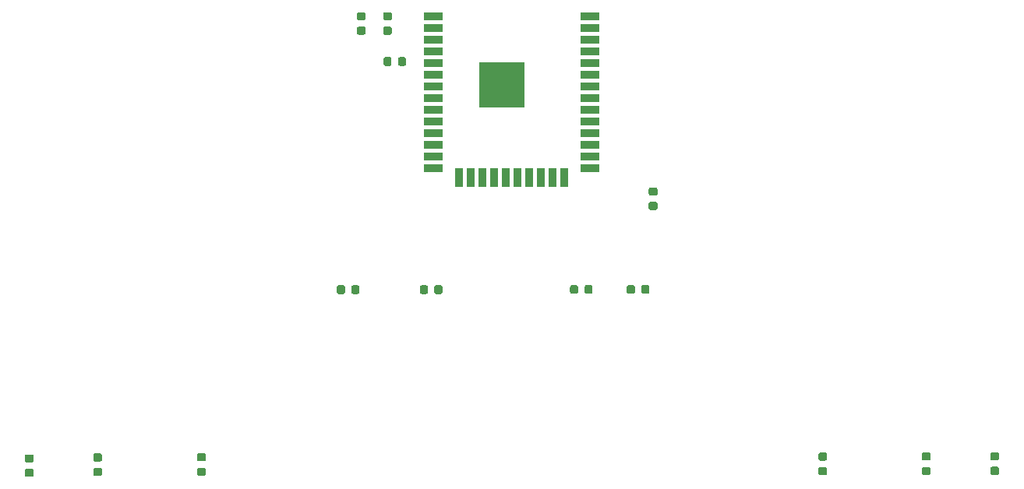
<source format=gbr>
G04 #@! TF.GenerationSoftware,KiCad,Pcbnew,5.1.5+dfsg1-2build2*
G04 #@! TF.CreationDate,2021-04-12T07:14:12+01:00*
G04 #@! TF.ProjectId,alarm_sensors,616c6172-6d5f-4736-956e-736f72732e6b,rev?*
G04 #@! TF.SameCoordinates,Original*
G04 #@! TF.FileFunction,Paste,Top*
G04 #@! TF.FilePolarity,Positive*
%FSLAX46Y46*%
G04 Gerber Fmt 4.6, Leading zero omitted, Abs format (unit mm)*
G04 Created by KiCad (PCBNEW 5.1.5+dfsg1-2build2) date 2021-04-12 07:14:12*
%MOMM*%
%LPD*%
G04 APERTURE LIST*
%ADD10C,0.100000*%
%ADD11R,5.000000X5.000000*%
%ADD12R,2.000000X0.900000*%
%ADD13R,0.900000X2.000000*%
G04 APERTURE END LIST*
D10*
G36*
X130862491Y-72169053D02*
G01*
X130883726Y-72172203D01*
X130904550Y-72177419D01*
X130924762Y-72184651D01*
X130944168Y-72193830D01*
X130962581Y-72204866D01*
X130979824Y-72217654D01*
X130995730Y-72232070D01*
X131010146Y-72247976D01*
X131022934Y-72265219D01*
X131033970Y-72283632D01*
X131043149Y-72303038D01*
X131050381Y-72323250D01*
X131055597Y-72344074D01*
X131058747Y-72365309D01*
X131059800Y-72386750D01*
X131059800Y-72899250D01*
X131058747Y-72920691D01*
X131055597Y-72941926D01*
X131050381Y-72962750D01*
X131043149Y-72982962D01*
X131033970Y-73002368D01*
X131022934Y-73020781D01*
X131010146Y-73038024D01*
X130995730Y-73053930D01*
X130979824Y-73068346D01*
X130962581Y-73081134D01*
X130944168Y-73092170D01*
X130924762Y-73101349D01*
X130904550Y-73108581D01*
X130883726Y-73113797D01*
X130862491Y-73116947D01*
X130841050Y-73118000D01*
X130403550Y-73118000D01*
X130382109Y-73116947D01*
X130360874Y-73113797D01*
X130340050Y-73108581D01*
X130319838Y-73101349D01*
X130300432Y-73092170D01*
X130282019Y-73081134D01*
X130264776Y-73068346D01*
X130248870Y-73053930D01*
X130234454Y-73038024D01*
X130221666Y-73020781D01*
X130210630Y-73002368D01*
X130201451Y-72982962D01*
X130194219Y-72962750D01*
X130189003Y-72941926D01*
X130185853Y-72920691D01*
X130184800Y-72899250D01*
X130184800Y-72386750D01*
X130185853Y-72365309D01*
X130189003Y-72344074D01*
X130194219Y-72323250D01*
X130201451Y-72303038D01*
X130210630Y-72283632D01*
X130221666Y-72265219D01*
X130234454Y-72247976D01*
X130248870Y-72232070D01*
X130264776Y-72217654D01*
X130282019Y-72204866D01*
X130300432Y-72193830D01*
X130319838Y-72184651D01*
X130340050Y-72177419D01*
X130360874Y-72172203D01*
X130382109Y-72169053D01*
X130403550Y-72168000D01*
X130841050Y-72168000D01*
X130862491Y-72169053D01*
G37*
G36*
X129287491Y-72169053D02*
G01*
X129308726Y-72172203D01*
X129329550Y-72177419D01*
X129349762Y-72184651D01*
X129369168Y-72193830D01*
X129387581Y-72204866D01*
X129404824Y-72217654D01*
X129420730Y-72232070D01*
X129435146Y-72247976D01*
X129447934Y-72265219D01*
X129458970Y-72283632D01*
X129468149Y-72303038D01*
X129475381Y-72323250D01*
X129480597Y-72344074D01*
X129483747Y-72365309D01*
X129484800Y-72386750D01*
X129484800Y-72899250D01*
X129483747Y-72920691D01*
X129480597Y-72941926D01*
X129475381Y-72962750D01*
X129468149Y-72982962D01*
X129458970Y-73002368D01*
X129447934Y-73020781D01*
X129435146Y-73038024D01*
X129420730Y-73053930D01*
X129404824Y-73068346D01*
X129387581Y-73081134D01*
X129369168Y-73092170D01*
X129349762Y-73101349D01*
X129329550Y-73108581D01*
X129308726Y-73113797D01*
X129287491Y-73116947D01*
X129266050Y-73118000D01*
X128828550Y-73118000D01*
X128807109Y-73116947D01*
X128785874Y-73113797D01*
X128765050Y-73108581D01*
X128744838Y-73101349D01*
X128725432Y-73092170D01*
X128707019Y-73081134D01*
X128689776Y-73068346D01*
X128673870Y-73053930D01*
X128659454Y-73038024D01*
X128646666Y-73020781D01*
X128635630Y-73002368D01*
X128626451Y-72982962D01*
X128619219Y-72962750D01*
X128614003Y-72941926D01*
X128610853Y-72920691D01*
X128609800Y-72899250D01*
X128609800Y-72386750D01*
X128610853Y-72365309D01*
X128614003Y-72344074D01*
X128619219Y-72323250D01*
X128626451Y-72303038D01*
X128635630Y-72283632D01*
X128646666Y-72265219D01*
X128659454Y-72247976D01*
X128673870Y-72232070D01*
X128689776Y-72217654D01*
X128707019Y-72204866D01*
X128725432Y-72193830D01*
X128744838Y-72184651D01*
X128765050Y-72177419D01*
X128785874Y-72172203D01*
X128807109Y-72169053D01*
X128828550Y-72168000D01*
X129266050Y-72168000D01*
X129287491Y-72169053D01*
G37*
G36*
X158179491Y-87916553D02*
G01*
X158200726Y-87919703D01*
X158221550Y-87924919D01*
X158241762Y-87932151D01*
X158261168Y-87941330D01*
X158279581Y-87952366D01*
X158296824Y-87965154D01*
X158312730Y-87979570D01*
X158327146Y-87995476D01*
X158339934Y-88012719D01*
X158350970Y-88031132D01*
X158360149Y-88050538D01*
X158367381Y-88070750D01*
X158372597Y-88091574D01*
X158375747Y-88112809D01*
X158376800Y-88134250D01*
X158376800Y-88571750D01*
X158375747Y-88593191D01*
X158372597Y-88614426D01*
X158367381Y-88635250D01*
X158360149Y-88655462D01*
X158350970Y-88674868D01*
X158339934Y-88693281D01*
X158327146Y-88710524D01*
X158312730Y-88726430D01*
X158296824Y-88740846D01*
X158279581Y-88753634D01*
X158261168Y-88764670D01*
X158241762Y-88773849D01*
X158221550Y-88781081D01*
X158200726Y-88786297D01*
X158179491Y-88789447D01*
X158158050Y-88790500D01*
X157645550Y-88790500D01*
X157624109Y-88789447D01*
X157602874Y-88786297D01*
X157582050Y-88781081D01*
X157561838Y-88773849D01*
X157542432Y-88764670D01*
X157524019Y-88753634D01*
X157506776Y-88740846D01*
X157490870Y-88726430D01*
X157476454Y-88710524D01*
X157463666Y-88693281D01*
X157452630Y-88674868D01*
X157443451Y-88655462D01*
X157436219Y-88635250D01*
X157431003Y-88614426D01*
X157427853Y-88593191D01*
X157426800Y-88571750D01*
X157426800Y-88134250D01*
X157427853Y-88112809D01*
X157431003Y-88091574D01*
X157436219Y-88070750D01*
X157443451Y-88050538D01*
X157452630Y-88031132D01*
X157463666Y-88012719D01*
X157476454Y-87995476D01*
X157490870Y-87979570D01*
X157506776Y-87965154D01*
X157524019Y-87952366D01*
X157542432Y-87941330D01*
X157561838Y-87932151D01*
X157582050Y-87924919D01*
X157602874Y-87919703D01*
X157624109Y-87916553D01*
X157645550Y-87915500D01*
X158158050Y-87915500D01*
X158179491Y-87916553D01*
G37*
G36*
X158179491Y-86341553D02*
G01*
X158200726Y-86344703D01*
X158221550Y-86349919D01*
X158241762Y-86357151D01*
X158261168Y-86366330D01*
X158279581Y-86377366D01*
X158296824Y-86390154D01*
X158312730Y-86404570D01*
X158327146Y-86420476D01*
X158339934Y-86437719D01*
X158350970Y-86456132D01*
X158360149Y-86475538D01*
X158367381Y-86495750D01*
X158372597Y-86516574D01*
X158375747Y-86537809D01*
X158376800Y-86559250D01*
X158376800Y-86996750D01*
X158375747Y-87018191D01*
X158372597Y-87039426D01*
X158367381Y-87060250D01*
X158360149Y-87080462D01*
X158350970Y-87099868D01*
X158339934Y-87118281D01*
X158327146Y-87135524D01*
X158312730Y-87151430D01*
X158296824Y-87165846D01*
X158279581Y-87178634D01*
X158261168Y-87189670D01*
X158241762Y-87198849D01*
X158221550Y-87206081D01*
X158200726Y-87211297D01*
X158179491Y-87214447D01*
X158158050Y-87215500D01*
X157645550Y-87215500D01*
X157624109Y-87214447D01*
X157602874Y-87211297D01*
X157582050Y-87206081D01*
X157561838Y-87198849D01*
X157542432Y-87189670D01*
X157524019Y-87178634D01*
X157506776Y-87165846D01*
X157490870Y-87151430D01*
X157476454Y-87135524D01*
X157463666Y-87118281D01*
X157452630Y-87099868D01*
X157443451Y-87080462D01*
X157436219Y-87060250D01*
X157431003Y-87039426D01*
X157427853Y-87018191D01*
X157426800Y-86996750D01*
X157426800Y-86559250D01*
X157427853Y-86537809D01*
X157431003Y-86516574D01*
X157436219Y-86495750D01*
X157443451Y-86475538D01*
X157452630Y-86456132D01*
X157463666Y-86437719D01*
X157476454Y-86420476D01*
X157490870Y-86404570D01*
X157506776Y-86390154D01*
X157524019Y-86377366D01*
X157542432Y-86366330D01*
X157561838Y-86357151D01*
X157582050Y-86349919D01*
X157602874Y-86344703D01*
X157624109Y-86341553D01*
X157645550Y-86340500D01*
X158158050Y-86340500D01*
X158179491Y-86341553D01*
G37*
G36*
X195288891Y-116707453D02*
G01*
X195310126Y-116710603D01*
X195330950Y-116715819D01*
X195351162Y-116723051D01*
X195370568Y-116732230D01*
X195388981Y-116743266D01*
X195406224Y-116756054D01*
X195422130Y-116770470D01*
X195436546Y-116786376D01*
X195449334Y-116803619D01*
X195460370Y-116822032D01*
X195469549Y-116841438D01*
X195476781Y-116861650D01*
X195481997Y-116882474D01*
X195485147Y-116903709D01*
X195486200Y-116925150D01*
X195486200Y-117362650D01*
X195485147Y-117384091D01*
X195481997Y-117405326D01*
X195476781Y-117426150D01*
X195469549Y-117446362D01*
X195460370Y-117465768D01*
X195449334Y-117484181D01*
X195436546Y-117501424D01*
X195422130Y-117517330D01*
X195406224Y-117531746D01*
X195388981Y-117544534D01*
X195370568Y-117555570D01*
X195351162Y-117564749D01*
X195330950Y-117571981D01*
X195310126Y-117577197D01*
X195288891Y-117580347D01*
X195267450Y-117581400D01*
X194754950Y-117581400D01*
X194733509Y-117580347D01*
X194712274Y-117577197D01*
X194691450Y-117571981D01*
X194671238Y-117564749D01*
X194651832Y-117555570D01*
X194633419Y-117544534D01*
X194616176Y-117531746D01*
X194600270Y-117517330D01*
X194585854Y-117501424D01*
X194573066Y-117484181D01*
X194562030Y-117465768D01*
X194552851Y-117446362D01*
X194545619Y-117426150D01*
X194540403Y-117405326D01*
X194537253Y-117384091D01*
X194536200Y-117362650D01*
X194536200Y-116925150D01*
X194537253Y-116903709D01*
X194540403Y-116882474D01*
X194545619Y-116861650D01*
X194552851Y-116841438D01*
X194562030Y-116822032D01*
X194573066Y-116803619D01*
X194585854Y-116786376D01*
X194600270Y-116770470D01*
X194616176Y-116756054D01*
X194633419Y-116743266D01*
X194651832Y-116732230D01*
X194671238Y-116723051D01*
X194691450Y-116715819D01*
X194712274Y-116710603D01*
X194733509Y-116707453D01*
X194754950Y-116706400D01*
X195267450Y-116706400D01*
X195288891Y-116707453D01*
G37*
G36*
X195288891Y-115132453D02*
G01*
X195310126Y-115135603D01*
X195330950Y-115140819D01*
X195351162Y-115148051D01*
X195370568Y-115157230D01*
X195388981Y-115168266D01*
X195406224Y-115181054D01*
X195422130Y-115195470D01*
X195436546Y-115211376D01*
X195449334Y-115228619D01*
X195460370Y-115247032D01*
X195469549Y-115266438D01*
X195476781Y-115286650D01*
X195481997Y-115307474D01*
X195485147Y-115328709D01*
X195486200Y-115350150D01*
X195486200Y-115787650D01*
X195485147Y-115809091D01*
X195481997Y-115830326D01*
X195476781Y-115851150D01*
X195469549Y-115871362D01*
X195460370Y-115890768D01*
X195449334Y-115909181D01*
X195436546Y-115926424D01*
X195422130Y-115942330D01*
X195406224Y-115956746D01*
X195388981Y-115969534D01*
X195370568Y-115980570D01*
X195351162Y-115989749D01*
X195330950Y-115996981D01*
X195310126Y-116002197D01*
X195288891Y-116005347D01*
X195267450Y-116006400D01*
X194754950Y-116006400D01*
X194733509Y-116005347D01*
X194712274Y-116002197D01*
X194691450Y-115996981D01*
X194671238Y-115989749D01*
X194651832Y-115980570D01*
X194633419Y-115969534D01*
X194616176Y-115956746D01*
X194600270Y-115942330D01*
X194585854Y-115926424D01*
X194573066Y-115909181D01*
X194562030Y-115890768D01*
X194552851Y-115871362D01*
X194545619Y-115851150D01*
X194540403Y-115830326D01*
X194537253Y-115809091D01*
X194536200Y-115787650D01*
X194536200Y-115350150D01*
X194537253Y-115328709D01*
X194540403Y-115307474D01*
X194545619Y-115286650D01*
X194552851Y-115266438D01*
X194562030Y-115247032D01*
X194573066Y-115228619D01*
X194585854Y-115211376D01*
X194600270Y-115195470D01*
X194616176Y-115181054D01*
X194633419Y-115168266D01*
X194651832Y-115157230D01*
X194671238Y-115148051D01*
X194691450Y-115140819D01*
X194712274Y-115135603D01*
X194733509Y-115132453D01*
X194754950Y-115131400D01*
X195267450Y-115131400D01*
X195288891Y-115132453D01*
G37*
G36*
X187846691Y-116732853D02*
G01*
X187867926Y-116736003D01*
X187888750Y-116741219D01*
X187908962Y-116748451D01*
X187928368Y-116757630D01*
X187946781Y-116768666D01*
X187964024Y-116781454D01*
X187979930Y-116795870D01*
X187994346Y-116811776D01*
X188007134Y-116829019D01*
X188018170Y-116847432D01*
X188027349Y-116866838D01*
X188034581Y-116887050D01*
X188039797Y-116907874D01*
X188042947Y-116929109D01*
X188044000Y-116950550D01*
X188044000Y-117388050D01*
X188042947Y-117409491D01*
X188039797Y-117430726D01*
X188034581Y-117451550D01*
X188027349Y-117471762D01*
X188018170Y-117491168D01*
X188007134Y-117509581D01*
X187994346Y-117526824D01*
X187979930Y-117542730D01*
X187964024Y-117557146D01*
X187946781Y-117569934D01*
X187928368Y-117580970D01*
X187908962Y-117590149D01*
X187888750Y-117597381D01*
X187867926Y-117602597D01*
X187846691Y-117605747D01*
X187825250Y-117606800D01*
X187312750Y-117606800D01*
X187291309Y-117605747D01*
X187270074Y-117602597D01*
X187249250Y-117597381D01*
X187229038Y-117590149D01*
X187209632Y-117580970D01*
X187191219Y-117569934D01*
X187173976Y-117557146D01*
X187158070Y-117542730D01*
X187143654Y-117526824D01*
X187130866Y-117509581D01*
X187119830Y-117491168D01*
X187110651Y-117471762D01*
X187103419Y-117451550D01*
X187098203Y-117430726D01*
X187095053Y-117409491D01*
X187094000Y-117388050D01*
X187094000Y-116950550D01*
X187095053Y-116929109D01*
X187098203Y-116907874D01*
X187103419Y-116887050D01*
X187110651Y-116866838D01*
X187119830Y-116847432D01*
X187130866Y-116829019D01*
X187143654Y-116811776D01*
X187158070Y-116795870D01*
X187173976Y-116781454D01*
X187191219Y-116768666D01*
X187209632Y-116757630D01*
X187229038Y-116748451D01*
X187249250Y-116741219D01*
X187270074Y-116736003D01*
X187291309Y-116732853D01*
X187312750Y-116731800D01*
X187825250Y-116731800D01*
X187846691Y-116732853D01*
G37*
G36*
X187846691Y-115157853D02*
G01*
X187867926Y-115161003D01*
X187888750Y-115166219D01*
X187908962Y-115173451D01*
X187928368Y-115182630D01*
X187946781Y-115193666D01*
X187964024Y-115206454D01*
X187979930Y-115220870D01*
X187994346Y-115236776D01*
X188007134Y-115254019D01*
X188018170Y-115272432D01*
X188027349Y-115291838D01*
X188034581Y-115312050D01*
X188039797Y-115332874D01*
X188042947Y-115354109D01*
X188044000Y-115375550D01*
X188044000Y-115813050D01*
X188042947Y-115834491D01*
X188039797Y-115855726D01*
X188034581Y-115876550D01*
X188027349Y-115896762D01*
X188018170Y-115916168D01*
X188007134Y-115934581D01*
X187994346Y-115951824D01*
X187979930Y-115967730D01*
X187964024Y-115982146D01*
X187946781Y-115994934D01*
X187928368Y-116005970D01*
X187908962Y-116015149D01*
X187888750Y-116022381D01*
X187867926Y-116027597D01*
X187846691Y-116030747D01*
X187825250Y-116031800D01*
X187312750Y-116031800D01*
X187291309Y-116030747D01*
X187270074Y-116027597D01*
X187249250Y-116022381D01*
X187229038Y-116015149D01*
X187209632Y-116005970D01*
X187191219Y-115994934D01*
X187173976Y-115982146D01*
X187158070Y-115967730D01*
X187143654Y-115951824D01*
X187130866Y-115934581D01*
X187119830Y-115916168D01*
X187110651Y-115896762D01*
X187103419Y-115876550D01*
X187098203Y-115855726D01*
X187095053Y-115834491D01*
X187094000Y-115813050D01*
X187094000Y-115375550D01*
X187095053Y-115354109D01*
X187098203Y-115332874D01*
X187103419Y-115312050D01*
X187110651Y-115291838D01*
X187119830Y-115272432D01*
X187130866Y-115254019D01*
X187143654Y-115236776D01*
X187158070Y-115220870D01*
X187173976Y-115206454D01*
X187191219Y-115193666D01*
X187209632Y-115182630D01*
X187229038Y-115173451D01*
X187249250Y-115166219D01*
X187270074Y-115161003D01*
X187291309Y-115157853D01*
X187312750Y-115156800D01*
X187825250Y-115156800D01*
X187846691Y-115157853D01*
G37*
G36*
X176607191Y-116745553D02*
G01*
X176628426Y-116748703D01*
X176649250Y-116753919D01*
X176669462Y-116761151D01*
X176688868Y-116770330D01*
X176707281Y-116781366D01*
X176724524Y-116794154D01*
X176740430Y-116808570D01*
X176754846Y-116824476D01*
X176767634Y-116841719D01*
X176778670Y-116860132D01*
X176787849Y-116879538D01*
X176795081Y-116899750D01*
X176800297Y-116920574D01*
X176803447Y-116941809D01*
X176804500Y-116963250D01*
X176804500Y-117400750D01*
X176803447Y-117422191D01*
X176800297Y-117443426D01*
X176795081Y-117464250D01*
X176787849Y-117484462D01*
X176778670Y-117503868D01*
X176767634Y-117522281D01*
X176754846Y-117539524D01*
X176740430Y-117555430D01*
X176724524Y-117569846D01*
X176707281Y-117582634D01*
X176688868Y-117593670D01*
X176669462Y-117602849D01*
X176649250Y-117610081D01*
X176628426Y-117615297D01*
X176607191Y-117618447D01*
X176585750Y-117619500D01*
X176073250Y-117619500D01*
X176051809Y-117618447D01*
X176030574Y-117615297D01*
X176009750Y-117610081D01*
X175989538Y-117602849D01*
X175970132Y-117593670D01*
X175951719Y-117582634D01*
X175934476Y-117569846D01*
X175918570Y-117555430D01*
X175904154Y-117539524D01*
X175891366Y-117522281D01*
X175880330Y-117503868D01*
X175871151Y-117484462D01*
X175863919Y-117464250D01*
X175858703Y-117443426D01*
X175855553Y-117422191D01*
X175854500Y-117400750D01*
X175854500Y-116963250D01*
X175855553Y-116941809D01*
X175858703Y-116920574D01*
X175863919Y-116899750D01*
X175871151Y-116879538D01*
X175880330Y-116860132D01*
X175891366Y-116841719D01*
X175904154Y-116824476D01*
X175918570Y-116808570D01*
X175934476Y-116794154D01*
X175951719Y-116781366D01*
X175970132Y-116770330D01*
X175989538Y-116761151D01*
X176009750Y-116753919D01*
X176030574Y-116748703D01*
X176051809Y-116745553D01*
X176073250Y-116744500D01*
X176585750Y-116744500D01*
X176607191Y-116745553D01*
G37*
G36*
X176607191Y-115170553D02*
G01*
X176628426Y-115173703D01*
X176649250Y-115178919D01*
X176669462Y-115186151D01*
X176688868Y-115195330D01*
X176707281Y-115206366D01*
X176724524Y-115219154D01*
X176740430Y-115233570D01*
X176754846Y-115249476D01*
X176767634Y-115266719D01*
X176778670Y-115285132D01*
X176787849Y-115304538D01*
X176795081Y-115324750D01*
X176800297Y-115345574D01*
X176803447Y-115366809D01*
X176804500Y-115388250D01*
X176804500Y-115825750D01*
X176803447Y-115847191D01*
X176800297Y-115868426D01*
X176795081Y-115889250D01*
X176787849Y-115909462D01*
X176778670Y-115928868D01*
X176767634Y-115947281D01*
X176754846Y-115964524D01*
X176740430Y-115980430D01*
X176724524Y-115994846D01*
X176707281Y-116007634D01*
X176688868Y-116018670D01*
X176669462Y-116027849D01*
X176649250Y-116035081D01*
X176628426Y-116040297D01*
X176607191Y-116043447D01*
X176585750Y-116044500D01*
X176073250Y-116044500D01*
X176051809Y-116043447D01*
X176030574Y-116040297D01*
X176009750Y-116035081D01*
X175989538Y-116027849D01*
X175970132Y-116018670D01*
X175951719Y-116007634D01*
X175934476Y-115994846D01*
X175918570Y-115980430D01*
X175904154Y-115964524D01*
X175891366Y-115947281D01*
X175880330Y-115928868D01*
X175871151Y-115909462D01*
X175863919Y-115889250D01*
X175858703Y-115868426D01*
X175855553Y-115847191D01*
X175854500Y-115825750D01*
X175854500Y-115388250D01*
X175855553Y-115366809D01*
X175858703Y-115345574D01*
X175863919Y-115324750D01*
X175871151Y-115304538D01*
X175880330Y-115285132D01*
X175891366Y-115266719D01*
X175904154Y-115249476D01*
X175918570Y-115233570D01*
X175934476Y-115219154D01*
X175951719Y-115206366D01*
X175970132Y-115195330D01*
X175989538Y-115186151D01*
X176009750Y-115178919D01*
X176030574Y-115173703D01*
X176051809Y-115170553D01*
X176073250Y-115169500D01*
X176585750Y-115169500D01*
X176607191Y-115170553D01*
G37*
G36*
X157303891Y-96959453D02*
G01*
X157325126Y-96962603D01*
X157345950Y-96967819D01*
X157366162Y-96975051D01*
X157385568Y-96984230D01*
X157403981Y-96995266D01*
X157421224Y-97008054D01*
X157437130Y-97022470D01*
X157451546Y-97038376D01*
X157464334Y-97055619D01*
X157475370Y-97074032D01*
X157484549Y-97093438D01*
X157491781Y-97113650D01*
X157496997Y-97134474D01*
X157500147Y-97155709D01*
X157501200Y-97177150D01*
X157501200Y-97689650D01*
X157500147Y-97711091D01*
X157496997Y-97732326D01*
X157491781Y-97753150D01*
X157484549Y-97773362D01*
X157475370Y-97792768D01*
X157464334Y-97811181D01*
X157451546Y-97828424D01*
X157437130Y-97844330D01*
X157421224Y-97858746D01*
X157403981Y-97871534D01*
X157385568Y-97882570D01*
X157366162Y-97891749D01*
X157345950Y-97898981D01*
X157325126Y-97904197D01*
X157303891Y-97907347D01*
X157282450Y-97908400D01*
X156844950Y-97908400D01*
X156823509Y-97907347D01*
X156802274Y-97904197D01*
X156781450Y-97898981D01*
X156761238Y-97891749D01*
X156741832Y-97882570D01*
X156723419Y-97871534D01*
X156706176Y-97858746D01*
X156690270Y-97844330D01*
X156675854Y-97828424D01*
X156663066Y-97811181D01*
X156652030Y-97792768D01*
X156642851Y-97773362D01*
X156635619Y-97753150D01*
X156630403Y-97732326D01*
X156627253Y-97711091D01*
X156626200Y-97689650D01*
X156626200Y-97177150D01*
X156627253Y-97155709D01*
X156630403Y-97134474D01*
X156635619Y-97113650D01*
X156642851Y-97093438D01*
X156652030Y-97074032D01*
X156663066Y-97055619D01*
X156675854Y-97038376D01*
X156690270Y-97022470D01*
X156706176Y-97008054D01*
X156723419Y-96995266D01*
X156741832Y-96984230D01*
X156761238Y-96975051D01*
X156781450Y-96967819D01*
X156802274Y-96962603D01*
X156823509Y-96959453D01*
X156844950Y-96958400D01*
X157282450Y-96958400D01*
X157303891Y-96959453D01*
G37*
G36*
X155728891Y-96959453D02*
G01*
X155750126Y-96962603D01*
X155770950Y-96967819D01*
X155791162Y-96975051D01*
X155810568Y-96984230D01*
X155828981Y-96995266D01*
X155846224Y-97008054D01*
X155862130Y-97022470D01*
X155876546Y-97038376D01*
X155889334Y-97055619D01*
X155900370Y-97074032D01*
X155909549Y-97093438D01*
X155916781Y-97113650D01*
X155921997Y-97134474D01*
X155925147Y-97155709D01*
X155926200Y-97177150D01*
X155926200Y-97689650D01*
X155925147Y-97711091D01*
X155921997Y-97732326D01*
X155916781Y-97753150D01*
X155909549Y-97773362D01*
X155900370Y-97792768D01*
X155889334Y-97811181D01*
X155876546Y-97828424D01*
X155862130Y-97844330D01*
X155846224Y-97858746D01*
X155828981Y-97871534D01*
X155810568Y-97882570D01*
X155791162Y-97891749D01*
X155770950Y-97898981D01*
X155750126Y-97904197D01*
X155728891Y-97907347D01*
X155707450Y-97908400D01*
X155269950Y-97908400D01*
X155248509Y-97907347D01*
X155227274Y-97904197D01*
X155206450Y-97898981D01*
X155186238Y-97891749D01*
X155166832Y-97882570D01*
X155148419Y-97871534D01*
X155131176Y-97858746D01*
X155115270Y-97844330D01*
X155100854Y-97828424D01*
X155088066Y-97811181D01*
X155077030Y-97792768D01*
X155067851Y-97773362D01*
X155060619Y-97753150D01*
X155055403Y-97732326D01*
X155052253Y-97711091D01*
X155051200Y-97689650D01*
X155051200Y-97177150D01*
X155052253Y-97155709D01*
X155055403Y-97134474D01*
X155060619Y-97113650D01*
X155067851Y-97093438D01*
X155077030Y-97074032D01*
X155088066Y-97055619D01*
X155100854Y-97038376D01*
X155115270Y-97022470D01*
X155131176Y-97008054D01*
X155148419Y-96995266D01*
X155166832Y-96984230D01*
X155186238Y-96975051D01*
X155206450Y-96967819D01*
X155227274Y-96962603D01*
X155248509Y-96959453D01*
X155269950Y-96958400D01*
X155707450Y-96958400D01*
X155728891Y-96959453D01*
G37*
G36*
X151131691Y-96959453D02*
G01*
X151152926Y-96962603D01*
X151173750Y-96967819D01*
X151193962Y-96975051D01*
X151213368Y-96984230D01*
X151231781Y-96995266D01*
X151249024Y-97008054D01*
X151264930Y-97022470D01*
X151279346Y-97038376D01*
X151292134Y-97055619D01*
X151303170Y-97074032D01*
X151312349Y-97093438D01*
X151319581Y-97113650D01*
X151324797Y-97134474D01*
X151327947Y-97155709D01*
X151329000Y-97177150D01*
X151329000Y-97689650D01*
X151327947Y-97711091D01*
X151324797Y-97732326D01*
X151319581Y-97753150D01*
X151312349Y-97773362D01*
X151303170Y-97792768D01*
X151292134Y-97811181D01*
X151279346Y-97828424D01*
X151264930Y-97844330D01*
X151249024Y-97858746D01*
X151231781Y-97871534D01*
X151213368Y-97882570D01*
X151193962Y-97891749D01*
X151173750Y-97898981D01*
X151152926Y-97904197D01*
X151131691Y-97907347D01*
X151110250Y-97908400D01*
X150672750Y-97908400D01*
X150651309Y-97907347D01*
X150630074Y-97904197D01*
X150609250Y-97898981D01*
X150589038Y-97891749D01*
X150569632Y-97882570D01*
X150551219Y-97871534D01*
X150533976Y-97858746D01*
X150518070Y-97844330D01*
X150503654Y-97828424D01*
X150490866Y-97811181D01*
X150479830Y-97792768D01*
X150470651Y-97773362D01*
X150463419Y-97753150D01*
X150458203Y-97732326D01*
X150455053Y-97711091D01*
X150454000Y-97689650D01*
X150454000Y-97177150D01*
X150455053Y-97155709D01*
X150458203Y-97134474D01*
X150463419Y-97113650D01*
X150470651Y-97093438D01*
X150479830Y-97074032D01*
X150490866Y-97055619D01*
X150503654Y-97038376D01*
X150518070Y-97022470D01*
X150533976Y-97008054D01*
X150551219Y-96995266D01*
X150569632Y-96984230D01*
X150589038Y-96975051D01*
X150609250Y-96967819D01*
X150630074Y-96962603D01*
X150651309Y-96959453D01*
X150672750Y-96958400D01*
X151110250Y-96958400D01*
X151131691Y-96959453D01*
G37*
G36*
X149556691Y-96959453D02*
G01*
X149577926Y-96962603D01*
X149598750Y-96967819D01*
X149618962Y-96975051D01*
X149638368Y-96984230D01*
X149656781Y-96995266D01*
X149674024Y-97008054D01*
X149689930Y-97022470D01*
X149704346Y-97038376D01*
X149717134Y-97055619D01*
X149728170Y-97074032D01*
X149737349Y-97093438D01*
X149744581Y-97113650D01*
X149749797Y-97134474D01*
X149752947Y-97155709D01*
X149754000Y-97177150D01*
X149754000Y-97689650D01*
X149752947Y-97711091D01*
X149749797Y-97732326D01*
X149744581Y-97753150D01*
X149737349Y-97773362D01*
X149728170Y-97792768D01*
X149717134Y-97811181D01*
X149704346Y-97828424D01*
X149689930Y-97844330D01*
X149674024Y-97858746D01*
X149656781Y-97871534D01*
X149638368Y-97882570D01*
X149618962Y-97891749D01*
X149598750Y-97898981D01*
X149577926Y-97904197D01*
X149556691Y-97907347D01*
X149535250Y-97908400D01*
X149097750Y-97908400D01*
X149076309Y-97907347D01*
X149055074Y-97904197D01*
X149034250Y-97898981D01*
X149014038Y-97891749D01*
X148994632Y-97882570D01*
X148976219Y-97871534D01*
X148958976Y-97858746D01*
X148943070Y-97844330D01*
X148928654Y-97828424D01*
X148915866Y-97811181D01*
X148904830Y-97792768D01*
X148895651Y-97773362D01*
X148888419Y-97753150D01*
X148883203Y-97732326D01*
X148880053Y-97711091D01*
X148879000Y-97689650D01*
X148879000Y-97177150D01*
X148880053Y-97155709D01*
X148883203Y-97134474D01*
X148888419Y-97113650D01*
X148895651Y-97093438D01*
X148904830Y-97074032D01*
X148915866Y-97055619D01*
X148928654Y-97038376D01*
X148943070Y-97022470D01*
X148958976Y-97008054D01*
X148976219Y-96995266D01*
X148994632Y-96984230D01*
X149014038Y-96975051D01*
X149034250Y-96967819D01*
X149055074Y-96962603D01*
X149076309Y-96959453D01*
X149097750Y-96958400D01*
X149535250Y-96958400D01*
X149556691Y-96959453D01*
G37*
G36*
X134812191Y-96972153D02*
G01*
X134833426Y-96975303D01*
X134854250Y-96980519D01*
X134874462Y-96987751D01*
X134893868Y-96996930D01*
X134912281Y-97007966D01*
X134929524Y-97020754D01*
X134945430Y-97035170D01*
X134959846Y-97051076D01*
X134972634Y-97068319D01*
X134983670Y-97086732D01*
X134992849Y-97106138D01*
X135000081Y-97126350D01*
X135005297Y-97147174D01*
X135008447Y-97168409D01*
X135009500Y-97189850D01*
X135009500Y-97702350D01*
X135008447Y-97723791D01*
X135005297Y-97745026D01*
X135000081Y-97765850D01*
X134992849Y-97786062D01*
X134983670Y-97805468D01*
X134972634Y-97823881D01*
X134959846Y-97841124D01*
X134945430Y-97857030D01*
X134929524Y-97871446D01*
X134912281Y-97884234D01*
X134893868Y-97895270D01*
X134874462Y-97904449D01*
X134854250Y-97911681D01*
X134833426Y-97916897D01*
X134812191Y-97920047D01*
X134790750Y-97921100D01*
X134353250Y-97921100D01*
X134331809Y-97920047D01*
X134310574Y-97916897D01*
X134289750Y-97911681D01*
X134269538Y-97904449D01*
X134250132Y-97895270D01*
X134231719Y-97884234D01*
X134214476Y-97871446D01*
X134198570Y-97857030D01*
X134184154Y-97841124D01*
X134171366Y-97823881D01*
X134160330Y-97805468D01*
X134151151Y-97786062D01*
X134143919Y-97765850D01*
X134138703Y-97745026D01*
X134135553Y-97723791D01*
X134134500Y-97702350D01*
X134134500Y-97189850D01*
X134135553Y-97168409D01*
X134138703Y-97147174D01*
X134143919Y-97126350D01*
X134151151Y-97106138D01*
X134160330Y-97086732D01*
X134171366Y-97068319D01*
X134184154Y-97051076D01*
X134198570Y-97035170D01*
X134214476Y-97020754D01*
X134231719Y-97007966D01*
X134250132Y-96996930D01*
X134269538Y-96987751D01*
X134289750Y-96980519D01*
X134310574Y-96975303D01*
X134331809Y-96972153D01*
X134353250Y-96971100D01*
X134790750Y-96971100D01*
X134812191Y-96972153D01*
G37*
G36*
X133237191Y-96972153D02*
G01*
X133258426Y-96975303D01*
X133279250Y-96980519D01*
X133299462Y-96987751D01*
X133318868Y-96996930D01*
X133337281Y-97007966D01*
X133354524Y-97020754D01*
X133370430Y-97035170D01*
X133384846Y-97051076D01*
X133397634Y-97068319D01*
X133408670Y-97086732D01*
X133417849Y-97106138D01*
X133425081Y-97126350D01*
X133430297Y-97147174D01*
X133433447Y-97168409D01*
X133434500Y-97189850D01*
X133434500Y-97702350D01*
X133433447Y-97723791D01*
X133430297Y-97745026D01*
X133425081Y-97765850D01*
X133417849Y-97786062D01*
X133408670Y-97805468D01*
X133397634Y-97823881D01*
X133384846Y-97841124D01*
X133370430Y-97857030D01*
X133354524Y-97871446D01*
X133337281Y-97884234D01*
X133318868Y-97895270D01*
X133299462Y-97904449D01*
X133279250Y-97911681D01*
X133258426Y-97916897D01*
X133237191Y-97920047D01*
X133215750Y-97921100D01*
X132778250Y-97921100D01*
X132756809Y-97920047D01*
X132735574Y-97916897D01*
X132714750Y-97911681D01*
X132694538Y-97904449D01*
X132675132Y-97895270D01*
X132656719Y-97884234D01*
X132639476Y-97871446D01*
X132623570Y-97857030D01*
X132609154Y-97841124D01*
X132596366Y-97823881D01*
X132585330Y-97805468D01*
X132576151Y-97786062D01*
X132568919Y-97765850D01*
X132563703Y-97745026D01*
X132560553Y-97723791D01*
X132559500Y-97702350D01*
X132559500Y-97189850D01*
X132560553Y-97168409D01*
X132563703Y-97147174D01*
X132568919Y-97126350D01*
X132576151Y-97106138D01*
X132585330Y-97086732D01*
X132596366Y-97068319D01*
X132609154Y-97051076D01*
X132623570Y-97035170D01*
X132639476Y-97020754D01*
X132656719Y-97007966D01*
X132675132Y-96996930D01*
X132694538Y-96987751D01*
X132714750Y-96980519D01*
X132735574Y-96975303D01*
X132756809Y-96972153D01*
X132778250Y-96971100D01*
X133215750Y-96971100D01*
X133237191Y-96972153D01*
G37*
G36*
X125807891Y-96972153D02*
G01*
X125829126Y-96975303D01*
X125849950Y-96980519D01*
X125870162Y-96987751D01*
X125889568Y-96996930D01*
X125907981Y-97007966D01*
X125925224Y-97020754D01*
X125941130Y-97035170D01*
X125955546Y-97051076D01*
X125968334Y-97068319D01*
X125979370Y-97086732D01*
X125988549Y-97106138D01*
X125995781Y-97126350D01*
X126000997Y-97147174D01*
X126004147Y-97168409D01*
X126005200Y-97189850D01*
X126005200Y-97702350D01*
X126004147Y-97723791D01*
X126000997Y-97745026D01*
X125995781Y-97765850D01*
X125988549Y-97786062D01*
X125979370Y-97805468D01*
X125968334Y-97823881D01*
X125955546Y-97841124D01*
X125941130Y-97857030D01*
X125925224Y-97871446D01*
X125907981Y-97884234D01*
X125889568Y-97895270D01*
X125870162Y-97904449D01*
X125849950Y-97911681D01*
X125829126Y-97916897D01*
X125807891Y-97920047D01*
X125786450Y-97921100D01*
X125348950Y-97921100D01*
X125327509Y-97920047D01*
X125306274Y-97916897D01*
X125285450Y-97911681D01*
X125265238Y-97904449D01*
X125245832Y-97895270D01*
X125227419Y-97884234D01*
X125210176Y-97871446D01*
X125194270Y-97857030D01*
X125179854Y-97841124D01*
X125167066Y-97823881D01*
X125156030Y-97805468D01*
X125146851Y-97786062D01*
X125139619Y-97765850D01*
X125134403Y-97745026D01*
X125131253Y-97723791D01*
X125130200Y-97702350D01*
X125130200Y-97189850D01*
X125131253Y-97168409D01*
X125134403Y-97147174D01*
X125139619Y-97126350D01*
X125146851Y-97106138D01*
X125156030Y-97086732D01*
X125167066Y-97068319D01*
X125179854Y-97051076D01*
X125194270Y-97035170D01*
X125210176Y-97020754D01*
X125227419Y-97007966D01*
X125245832Y-96996930D01*
X125265238Y-96987751D01*
X125285450Y-96980519D01*
X125306274Y-96975303D01*
X125327509Y-96972153D01*
X125348950Y-96971100D01*
X125786450Y-96971100D01*
X125807891Y-96972153D01*
G37*
G36*
X124232891Y-96972153D02*
G01*
X124254126Y-96975303D01*
X124274950Y-96980519D01*
X124295162Y-96987751D01*
X124314568Y-96996930D01*
X124332981Y-97007966D01*
X124350224Y-97020754D01*
X124366130Y-97035170D01*
X124380546Y-97051076D01*
X124393334Y-97068319D01*
X124404370Y-97086732D01*
X124413549Y-97106138D01*
X124420781Y-97126350D01*
X124425997Y-97147174D01*
X124429147Y-97168409D01*
X124430200Y-97189850D01*
X124430200Y-97702350D01*
X124429147Y-97723791D01*
X124425997Y-97745026D01*
X124420781Y-97765850D01*
X124413549Y-97786062D01*
X124404370Y-97805468D01*
X124393334Y-97823881D01*
X124380546Y-97841124D01*
X124366130Y-97857030D01*
X124350224Y-97871446D01*
X124332981Y-97884234D01*
X124314568Y-97895270D01*
X124295162Y-97904449D01*
X124274950Y-97911681D01*
X124254126Y-97916897D01*
X124232891Y-97920047D01*
X124211450Y-97921100D01*
X123773950Y-97921100D01*
X123752509Y-97920047D01*
X123731274Y-97916897D01*
X123710450Y-97911681D01*
X123690238Y-97904449D01*
X123670832Y-97895270D01*
X123652419Y-97884234D01*
X123635176Y-97871446D01*
X123619270Y-97857030D01*
X123604854Y-97841124D01*
X123592066Y-97823881D01*
X123581030Y-97805468D01*
X123571851Y-97786062D01*
X123564619Y-97765850D01*
X123559403Y-97745026D01*
X123556253Y-97723791D01*
X123555200Y-97702350D01*
X123555200Y-97189850D01*
X123556253Y-97168409D01*
X123559403Y-97147174D01*
X123564619Y-97126350D01*
X123571851Y-97106138D01*
X123581030Y-97086732D01*
X123592066Y-97068319D01*
X123604854Y-97051076D01*
X123619270Y-97035170D01*
X123635176Y-97020754D01*
X123652419Y-97007966D01*
X123670832Y-96996930D01*
X123690238Y-96987751D01*
X123710450Y-96980519D01*
X123731274Y-96975303D01*
X123752509Y-96972153D01*
X123773950Y-96971100D01*
X124211450Y-96971100D01*
X124232891Y-96972153D01*
G37*
G36*
X109119391Y-116821653D02*
G01*
X109140626Y-116824803D01*
X109161450Y-116830019D01*
X109181662Y-116837251D01*
X109201068Y-116846430D01*
X109219481Y-116857466D01*
X109236724Y-116870254D01*
X109252630Y-116884670D01*
X109267046Y-116900576D01*
X109279834Y-116917819D01*
X109290870Y-116936232D01*
X109300049Y-116955638D01*
X109307281Y-116975850D01*
X109312497Y-116996674D01*
X109315647Y-117017909D01*
X109316700Y-117039350D01*
X109316700Y-117476850D01*
X109315647Y-117498291D01*
X109312497Y-117519526D01*
X109307281Y-117540350D01*
X109300049Y-117560562D01*
X109290870Y-117579968D01*
X109279834Y-117598381D01*
X109267046Y-117615624D01*
X109252630Y-117631530D01*
X109236724Y-117645946D01*
X109219481Y-117658734D01*
X109201068Y-117669770D01*
X109181662Y-117678949D01*
X109161450Y-117686181D01*
X109140626Y-117691397D01*
X109119391Y-117694547D01*
X109097950Y-117695600D01*
X108585450Y-117695600D01*
X108564009Y-117694547D01*
X108542774Y-117691397D01*
X108521950Y-117686181D01*
X108501738Y-117678949D01*
X108482332Y-117669770D01*
X108463919Y-117658734D01*
X108446676Y-117645946D01*
X108430770Y-117631530D01*
X108416354Y-117615624D01*
X108403566Y-117598381D01*
X108392530Y-117579968D01*
X108383351Y-117560562D01*
X108376119Y-117540350D01*
X108370903Y-117519526D01*
X108367753Y-117498291D01*
X108366700Y-117476850D01*
X108366700Y-117039350D01*
X108367753Y-117017909D01*
X108370903Y-116996674D01*
X108376119Y-116975850D01*
X108383351Y-116955638D01*
X108392530Y-116936232D01*
X108403566Y-116917819D01*
X108416354Y-116900576D01*
X108430770Y-116884670D01*
X108446676Y-116870254D01*
X108463919Y-116857466D01*
X108482332Y-116846430D01*
X108501738Y-116837251D01*
X108521950Y-116830019D01*
X108542774Y-116824803D01*
X108564009Y-116821653D01*
X108585450Y-116820600D01*
X109097950Y-116820600D01*
X109119391Y-116821653D01*
G37*
G36*
X109119391Y-115246653D02*
G01*
X109140626Y-115249803D01*
X109161450Y-115255019D01*
X109181662Y-115262251D01*
X109201068Y-115271430D01*
X109219481Y-115282466D01*
X109236724Y-115295254D01*
X109252630Y-115309670D01*
X109267046Y-115325576D01*
X109279834Y-115342819D01*
X109290870Y-115361232D01*
X109300049Y-115380638D01*
X109307281Y-115400850D01*
X109312497Y-115421674D01*
X109315647Y-115442909D01*
X109316700Y-115464350D01*
X109316700Y-115901850D01*
X109315647Y-115923291D01*
X109312497Y-115944526D01*
X109307281Y-115965350D01*
X109300049Y-115985562D01*
X109290870Y-116004968D01*
X109279834Y-116023381D01*
X109267046Y-116040624D01*
X109252630Y-116056530D01*
X109236724Y-116070946D01*
X109219481Y-116083734D01*
X109201068Y-116094770D01*
X109181662Y-116103949D01*
X109161450Y-116111181D01*
X109140626Y-116116397D01*
X109119391Y-116119547D01*
X109097950Y-116120600D01*
X108585450Y-116120600D01*
X108564009Y-116119547D01*
X108542774Y-116116397D01*
X108521950Y-116111181D01*
X108501738Y-116103949D01*
X108482332Y-116094770D01*
X108463919Y-116083734D01*
X108446676Y-116070946D01*
X108430770Y-116056530D01*
X108416354Y-116040624D01*
X108403566Y-116023381D01*
X108392530Y-116004968D01*
X108383351Y-115985562D01*
X108376119Y-115965350D01*
X108370903Y-115944526D01*
X108367753Y-115923291D01*
X108366700Y-115901850D01*
X108366700Y-115464350D01*
X108367753Y-115442909D01*
X108370903Y-115421674D01*
X108376119Y-115400850D01*
X108383351Y-115380638D01*
X108392530Y-115361232D01*
X108403566Y-115342819D01*
X108416354Y-115325576D01*
X108430770Y-115309670D01*
X108446676Y-115295254D01*
X108463919Y-115282466D01*
X108482332Y-115271430D01*
X108501738Y-115262251D01*
X108521950Y-115255019D01*
X108542774Y-115249803D01*
X108564009Y-115246653D01*
X108585450Y-115245600D01*
X109097950Y-115245600D01*
X109119391Y-115246653D01*
G37*
G36*
X97829091Y-116834453D02*
G01*
X97850326Y-116837603D01*
X97871150Y-116842819D01*
X97891362Y-116850051D01*
X97910768Y-116859230D01*
X97929181Y-116870266D01*
X97946424Y-116883054D01*
X97962330Y-116897470D01*
X97976746Y-116913376D01*
X97989534Y-116930619D01*
X98000570Y-116949032D01*
X98009749Y-116968438D01*
X98016981Y-116988650D01*
X98022197Y-117009474D01*
X98025347Y-117030709D01*
X98026400Y-117052150D01*
X98026400Y-117489650D01*
X98025347Y-117511091D01*
X98022197Y-117532326D01*
X98016981Y-117553150D01*
X98009749Y-117573362D01*
X98000570Y-117592768D01*
X97989534Y-117611181D01*
X97976746Y-117628424D01*
X97962330Y-117644330D01*
X97946424Y-117658746D01*
X97929181Y-117671534D01*
X97910768Y-117682570D01*
X97891362Y-117691749D01*
X97871150Y-117698981D01*
X97850326Y-117704197D01*
X97829091Y-117707347D01*
X97807650Y-117708400D01*
X97295150Y-117708400D01*
X97273709Y-117707347D01*
X97252474Y-117704197D01*
X97231650Y-117698981D01*
X97211438Y-117691749D01*
X97192032Y-117682570D01*
X97173619Y-117671534D01*
X97156376Y-117658746D01*
X97140470Y-117644330D01*
X97126054Y-117628424D01*
X97113266Y-117611181D01*
X97102230Y-117592768D01*
X97093051Y-117573362D01*
X97085819Y-117553150D01*
X97080603Y-117532326D01*
X97077453Y-117511091D01*
X97076400Y-117489650D01*
X97076400Y-117052150D01*
X97077453Y-117030709D01*
X97080603Y-117009474D01*
X97085819Y-116988650D01*
X97093051Y-116968438D01*
X97102230Y-116949032D01*
X97113266Y-116930619D01*
X97126054Y-116913376D01*
X97140470Y-116897470D01*
X97156376Y-116883054D01*
X97173619Y-116870266D01*
X97192032Y-116859230D01*
X97211438Y-116850051D01*
X97231650Y-116842819D01*
X97252474Y-116837603D01*
X97273709Y-116834453D01*
X97295150Y-116833400D01*
X97807650Y-116833400D01*
X97829091Y-116834453D01*
G37*
G36*
X97829091Y-115259453D02*
G01*
X97850326Y-115262603D01*
X97871150Y-115267819D01*
X97891362Y-115275051D01*
X97910768Y-115284230D01*
X97929181Y-115295266D01*
X97946424Y-115308054D01*
X97962330Y-115322470D01*
X97976746Y-115338376D01*
X97989534Y-115355619D01*
X98000570Y-115374032D01*
X98009749Y-115393438D01*
X98016981Y-115413650D01*
X98022197Y-115434474D01*
X98025347Y-115455709D01*
X98026400Y-115477150D01*
X98026400Y-115914650D01*
X98025347Y-115936091D01*
X98022197Y-115957326D01*
X98016981Y-115978150D01*
X98009749Y-115998362D01*
X98000570Y-116017768D01*
X97989534Y-116036181D01*
X97976746Y-116053424D01*
X97962330Y-116069330D01*
X97946424Y-116083746D01*
X97929181Y-116096534D01*
X97910768Y-116107570D01*
X97891362Y-116116749D01*
X97871150Y-116123981D01*
X97850326Y-116129197D01*
X97829091Y-116132347D01*
X97807650Y-116133400D01*
X97295150Y-116133400D01*
X97273709Y-116132347D01*
X97252474Y-116129197D01*
X97231650Y-116123981D01*
X97211438Y-116116749D01*
X97192032Y-116107570D01*
X97173619Y-116096534D01*
X97156376Y-116083746D01*
X97140470Y-116069330D01*
X97126054Y-116053424D01*
X97113266Y-116036181D01*
X97102230Y-116017768D01*
X97093051Y-115998362D01*
X97085819Y-115978150D01*
X97080603Y-115957326D01*
X97077453Y-115936091D01*
X97076400Y-115914650D01*
X97076400Y-115477150D01*
X97077453Y-115455709D01*
X97080603Y-115434474D01*
X97085819Y-115413650D01*
X97093051Y-115393438D01*
X97102230Y-115374032D01*
X97113266Y-115355619D01*
X97126054Y-115338376D01*
X97140470Y-115322470D01*
X97156376Y-115308054D01*
X97173619Y-115295266D01*
X97192032Y-115284230D01*
X97211438Y-115275051D01*
X97231650Y-115267819D01*
X97252474Y-115262603D01*
X97273709Y-115259453D01*
X97295150Y-115258400D01*
X97807650Y-115258400D01*
X97829091Y-115259453D01*
G37*
G36*
X90399591Y-116935953D02*
G01*
X90420826Y-116939103D01*
X90441650Y-116944319D01*
X90461862Y-116951551D01*
X90481268Y-116960730D01*
X90499681Y-116971766D01*
X90516924Y-116984554D01*
X90532830Y-116998970D01*
X90547246Y-117014876D01*
X90560034Y-117032119D01*
X90571070Y-117050532D01*
X90580249Y-117069938D01*
X90587481Y-117090150D01*
X90592697Y-117110974D01*
X90595847Y-117132209D01*
X90596900Y-117153650D01*
X90596900Y-117591150D01*
X90595847Y-117612591D01*
X90592697Y-117633826D01*
X90587481Y-117654650D01*
X90580249Y-117674862D01*
X90571070Y-117694268D01*
X90560034Y-117712681D01*
X90547246Y-117729924D01*
X90532830Y-117745830D01*
X90516924Y-117760246D01*
X90499681Y-117773034D01*
X90481268Y-117784070D01*
X90461862Y-117793249D01*
X90441650Y-117800481D01*
X90420826Y-117805697D01*
X90399591Y-117808847D01*
X90378150Y-117809900D01*
X89865650Y-117809900D01*
X89844209Y-117808847D01*
X89822974Y-117805697D01*
X89802150Y-117800481D01*
X89781938Y-117793249D01*
X89762532Y-117784070D01*
X89744119Y-117773034D01*
X89726876Y-117760246D01*
X89710970Y-117745830D01*
X89696554Y-117729924D01*
X89683766Y-117712681D01*
X89672730Y-117694268D01*
X89663551Y-117674862D01*
X89656319Y-117654650D01*
X89651103Y-117633826D01*
X89647953Y-117612591D01*
X89646900Y-117591150D01*
X89646900Y-117153650D01*
X89647953Y-117132209D01*
X89651103Y-117110974D01*
X89656319Y-117090150D01*
X89663551Y-117069938D01*
X89672730Y-117050532D01*
X89683766Y-117032119D01*
X89696554Y-117014876D01*
X89710970Y-116998970D01*
X89726876Y-116984554D01*
X89744119Y-116971766D01*
X89762532Y-116960730D01*
X89781938Y-116951551D01*
X89802150Y-116944319D01*
X89822974Y-116939103D01*
X89844209Y-116935953D01*
X89865650Y-116934900D01*
X90378150Y-116934900D01*
X90399591Y-116935953D01*
G37*
G36*
X90399591Y-115360953D02*
G01*
X90420826Y-115364103D01*
X90441650Y-115369319D01*
X90461862Y-115376551D01*
X90481268Y-115385730D01*
X90499681Y-115396766D01*
X90516924Y-115409554D01*
X90532830Y-115423970D01*
X90547246Y-115439876D01*
X90560034Y-115457119D01*
X90571070Y-115475532D01*
X90580249Y-115494938D01*
X90587481Y-115515150D01*
X90592697Y-115535974D01*
X90595847Y-115557209D01*
X90596900Y-115578650D01*
X90596900Y-116016150D01*
X90595847Y-116037591D01*
X90592697Y-116058826D01*
X90587481Y-116079650D01*
X90580249Y-116099862D01*
X90571070Y-116119268D01*
X90560034Y-116137681D01*
X90547246Y-116154924D01*
X90532830Y-116170830D01*
X90516924Y-116185246D01*
X90499681Y-116198034D01*
X90481268Y-116209070D01*
X90461862Y-116218249D01*
X90441650Y-116225481D01*
X90420826Y-116230697D01*
X90399591Y-116233847D01*
X90378150Y-116234900D01*
X89865650Y-116234900D01*
X89844209Y-116233847D01*
X89822974Y-116230697D01*
X89802150Y-116225481D01*
X89781938Y-116218249D01*
X89762532Y-116209070D01*
X89744119Y-116198034D01*
X89726876Y-116185246D01*
X89710970Y-116170830D01*
X89696554Y-116154924D01*
X89683766Y-116137681D01*
X89672730Y-116119268D01*
X89663551Y-116099862D01*
X89656319Y-116079650D01*
X89651103Y-116058826D01*
X89647953Y-116037591D01*
X89646900Y-116016150D01*
X89646900Y-115578650D01*
X89647953Y-115557209D01*
X89651103Y-115535974D01*
X89656319Y-115515150D01*
X89663551Y-115494938D01*
X89672730Y-115475532D01*
X89683766Y-115457119D01*
X89696554Y-115439876D01*
X89710970Y-115423970D01*
X89726876Y-115409554D01*
X89744119Y-115396766D01*
X89762532Y-115385730D01*
X89781938Y-115376551D01*
X89802150Y-115369319D01*
X89822974Y-115364103D01*
X89844209Y-115360953D01*
X89865650Y-115359900D01*
X90378150Y-115359900D01*
X90399591Y-115360953D01*
G37*
G36*
X126480291Y-67278853D02*
G01*
X126501526Y-67282003D01*
X126522350Y-67287219D01*
X126542562Y-67294451D01*
X126561968Y-67303630D01*
X126580381Y-67314666D01*
X126597624Y-67327454D01*
X126613530Y-67341870D01*
X126627946Y-67357776D01*
X126640734Y-67375019D01*
X126651770Y-67393432D01*
X126660949Y-67412838D01*
X126668181Y-67433050D01*
X126673397Y-67453874D01*
X126676547Y-67475109D01*
X126677600Y-67496550D01*
X126677600Y-67934050D01*
X126676547Y-67955491D01*
X126673397Y-67976726D01*
X126668181Y-67997550D01*
X126660949Y-68017762D01*
X126651770Y-68037168D01*
X126640734Y-68055581D01*
X126627946Y-68072824D01*
X126613530Y-68088730D01*
X126597624Y-68103146D01*
X126580381Y-68115934D01*
X126561968Y-68126970D01*
X126542562Y-68136149D01*
X126522350Y-68143381D01*
X126501526Y-68148597D01*
X126480291Y-68151747D01*
X126458850Y-68152800D01*
X125946350Y-68152800D01*
X125924909Y-68151747D01*
X125903674Y-68148597D01*
X125882850Y-68143381D01*
X125862638Y-68136149D01*
X125843232Y-68126970D01*
X125824819Y-68115934D01*
X125807576Y-68103146D01*
X125791670Y-68088730D01*
X125777254Y-68072824D01*
X125764466Y-68055581D01*
X125753430Y-68037168D01*
X125744251Y-68017762D01*
X125737019Y-67997550D01*
X125731803Y-67976726D01*
X125728653Y-67955491D01*
X125727600Y-67934050D01*
X125727600Y-67496550D01*
X125728653Y-67475109D01*
X125731803Y-67453874D01*
X125737019Y-67433050D01*
X125744251Y-67412838D01*
X125753430Y-67393432D01*
X125764466Y-67375019D01*
X125777254Y-67357776D01*
X125791670Y-67341870D01*
X125807576Y-67327454D01*
X125824819Y-67314666D01*
X125843232Y-67303630D01*
X125862638Y-67294451D01*
X125882850Y-67287219D01*
X125903674Y-67282003D01*
X125924909Y-67278853D01*
X125946350Y-67277800D01*
X126458850Y-67277800D01*
X126480291Y-67278853D01*
G37*
G36*
X126480291Y-68853853D02*
G01*
X126501526Y-68857003D01*
X126522350Y-68862219D01*
X126542562Y-68869451D01*
X126561968Y-68878630D01*
X126580381Y-68889666D01*
X126597624Y-68902454D01*
X126613530Y-68916870D01*
X126627946Y-68932776D01*
X126640734Y-68950019D01*
X126651770Y-68968432D01*
X126660949Y-68987838D01*
X126668181Y-69008050D01*
X126673397Y-69028874D01*
X126676547Y-69050109D01*
X126677600Y-69071550D01*
X126677600Y-69509050D01*
X126676547Y-69530491D01*
X126673397Y-69551726D01*
X126668181Y-69572550D01*
X126660949Y-69592762D01*
X126651770Y-69612168D01*
X126640734Y-69630581D01*
X126627946Y-69647824D01*
X126613530Y-69663730D01*
X126597624Y-69678146D01*
X126580381Y-69690934D01*
X126561968Y-69701970D01*
X126542562Y-69711149D01*
X126522350Y-69718381D01*
X126501526Y-69723597D01*
X126480291Y-69726747D01*
X126458850Y-69727800D01*
X125946350Y-69727800D01*
X125924909Y-69726747D01*
X125903674Y-69723597D01*
X125882850Y-69718381D01*
X125862638Y-69711149D01*
X125843232Y-69701970D01*
X125824819Y-69690934D01*
X125807576Y-69678146D01*
X125791670Y-69663730D01*
X125777254Y-69647824D01*
X125764466Y-69630581D01*
X125753430Y-69612168D01*
X125744251Y-69592762D01*
X125737019Y-69572550D01*
X125731803Y-69551726D01*
X125728653Y-69530491D01*
X125727600Y-69509050D01*
X125727600Y-69071550D01*
X125728653Y-69050109D01*
X125731803Y-69028874D01*
X125737019Y-69008050D01*
X125744251Y-68987838D01*
X125753430Y-68968432D01*
X125764466Y-68950019D01*
X125777254Y-68932776D01*
X125791670Y-68916870D01*
X125807576Y-68902454D01*
X125824819Y-68889666D01*
X125843232Y-68878630D01*
X125862638Y-68869451D01*
X125882850Y-68862219D01*
X125903674Y-68857003D01*
X125924909Y-68853853D01*
X125946350Y-68852800D01*
X126458850Y-68852800D01*
X126480291Y-68853853D01*
G37*
G36*
X129325091Y-67278853D02*
G01*
X129346326Y-67282003D01*
X129367150Y-67287219D01*
X129387362Y-67294451D01*
X129406768Y-67303630D01*
X129425181Y-67314666D01*
X129442424Y-67327454D01*
X129458330Y-67341870D01*
X129472746Y-67357776D01*
X129485534Y-67375019D01*
X129496570Y-67393432D01*
X129505749Y-67412838D01*
X129512981Y-67433050D01*
X129518197Y-67453874D01*
X129521347Y-67475109D01*
X129522400Y-67496550D01*
X129522400Y-67934050D01*
X129521347Y-67955491D01*
X129518197Y-67976726D01*
X129512981Y-67997550D01*
X129505749Y-68017762D01*
X129496570Y-68037168D01*
X129485534Y-68055581D01*
X129472746Y-68072824D01*
X129458330Y-68088730D01*
X129442424Y-68103146D01*
X129425181Y-68115934D01*
X129406768Y-68126970D01*
X129387362Y-68136149D01*
X129367150Y-68143381D01*
X129346326Y-68148597D01*
X129325091Y-68151747D01*
X129303650Y-68152800D01*
X128791150Y-68152800D01*
X128769709Y-68151747D01*
X128748474Y-68148597D01*
X128727650Y-68143381D01*
X128707438Y-68136149D01*
X128688032Y-68126970D01*
X128669619Y-68115934D01*
X128652376Y-68103146D01*
X128636470Y-68088730D01*
X128622054Y-68072824D01*
X128609266Y-68055581D01*
X128598230Y-68037168D01*
X128589051Y-68017762D01*
X128581819Y-67997550D01*
X128576603Y-67976726D01*
X128573453Y-67955491D01*
X128572400Y-67934050D01*
X128572400Y-67496550D01*
X128573453Y-67475109D01*
X128576603Y-67453874D01*
X128581819Y-67433050D01*
X128589051Y-67412838D01*
X128598230Y-67393432D01*
X128609266Y-67375019D01*
X128622054Y-67357776D01*
X128636470Y-67341870D01*
X128652376Y-67327454D01*
X128669619Y-67314666D01*
X128688032Y-67303630D01*
X128707438Y-67294451D01*
X128727650Y-67287219D01*
X128748474Y-67282003D01*
X128769709Y-67278853D01*
X128791150Y-67277800D01*
X129303650Y-67277800D01*
X129325091Y-67278853D01*
G37*
G36*
X129325091Y-68853853D02*
G01*
X129346326Y-68857003D01*
X129367150Y-68862219D01*
X129387362Y-68869451D01*
X129406768Y-68878630D01*
X129425181Y-68889666D01*
X129442424Y-68902454D01*
X129458330Y-68916870D01*
X129472746Y-68932776D01*
X129485534Y-68950019D01*
X129496570Y-68968432D01*
X129505749Y-68987838D01*
X129512981Y-69008050D01*
X129518197Y-69028874D01*
X129521347Y-69050109D01*
X129522400Y-69071550D01*
X129522400Y-69509050D01*
X129521347Y-69530491D01*
X129518197Y-69551726D01*
X129512981Y-69572550D01*
X129505749Y-69592762D01*
X129496570Y-69612168D01*
X129485534Y-69630581D01*
X129472746Y-69647824D01*
X129458330Y-69663730D01*
X129442424Y-69678146D01*
X129425181Y-69690934D01*
X129406768Y-69701970D01*
X129387362Y-69711149D01*
X129367150Y-69718381D01*
X129346326Y-69723597D01*
X129325091Y-69726747D01*
X129303650Y-69727800D01*
X128791150Y-69727800D01*
X128769709Y-69726747D01*
X128748474Y-69723597D01*
X128727650Y-69718381D01*
X128707438Y-69711149D01*
X128688032Y-69701970D01*
X128669619Y-69690934D01*
X128652376Y-69678146D01*
X128636470Y-69663730D01*
X128622054Y-69647824D01*
X128609266Y-69630581D01*
X128598230Y-69612168D01*
X128589051Y-69592762D01*
X128581819Y-69572550D01*
X128576603Y-69551726D01*
X128573453Y-69530491D01*
X128572400Y-69509050D01*
X128572400Y-69071550D01*
X128573453Y-69050109D01*
X128576603Y-69028874D01*
X128581819Y-69008050D01*
X128589051Y-68987838D01*
X128598230Y-68968432D01*
X128609266Y-68950019D01*
X128622054Y-68932776D01*
X128636470Y-68916870D01*
X128652376Y-68902454D01*
X128669619Y-68889666D01*
X128688032Y-68878630D01*
X128707438Y-68869451D01*
X128727650Y-68862219D01*
X128748474Y-68857003D01*
X128769709Y-68853853D01*
X128791150Y-68852800D01*
X129303650Y-68852800D01*
X129325091Y-68853853D01*
G37*
D11*
X141509400Y-75215400D03*
D12*
X134009400Y-67715400D03*
X134009400Y-68985400D03*
X134009400Y-70255400D03*
X134009400Y-71525400D03*
X134009400Y-72795400D03*
X134009400Y-74065400D03*
X134009400Y-75335400D03*
X134009400Y-76605400D03*
X134009400Y-77875400D03*
X134009400Y-79145400D03*
X134009400Y-80415400D03*
X134009400Y-81685400D03*
X134009400Y-82955400D03*
X134009400Y-84225400D03*
D13*
X136794400Y-85225400D03*
X138064400Y-85225400D03*
X139334400Y-85225400D03*
X140604400Y-85225400D03*
X141874400Y-85225400D03*
X143144400Y-85225400D03*
X144414400Y-85225400D03*
X145684400Y-85225400D03*
X146954400Y-85225400D03*
X148224400Y-85225400D03*
D12*
X151009400Y-84225400D03*
X151009400Y-82955400D03*
X151009400Y-81685400D03*
X151009400Y-80415400D03*
X151009400Y-79145400D03*
X151009400Y-77875400D03*
X151009400Y-76605400D03*
X151009400Y-75335400D03*
X151009400Y-74065400D03*
X151009400Y-72795400D03*
X151009400Y-71525400D03*
X151009400Y-70255400D03*
X151009400Y-68985400D03*
X151009400Y-67715400D03*
M02*

</source>
